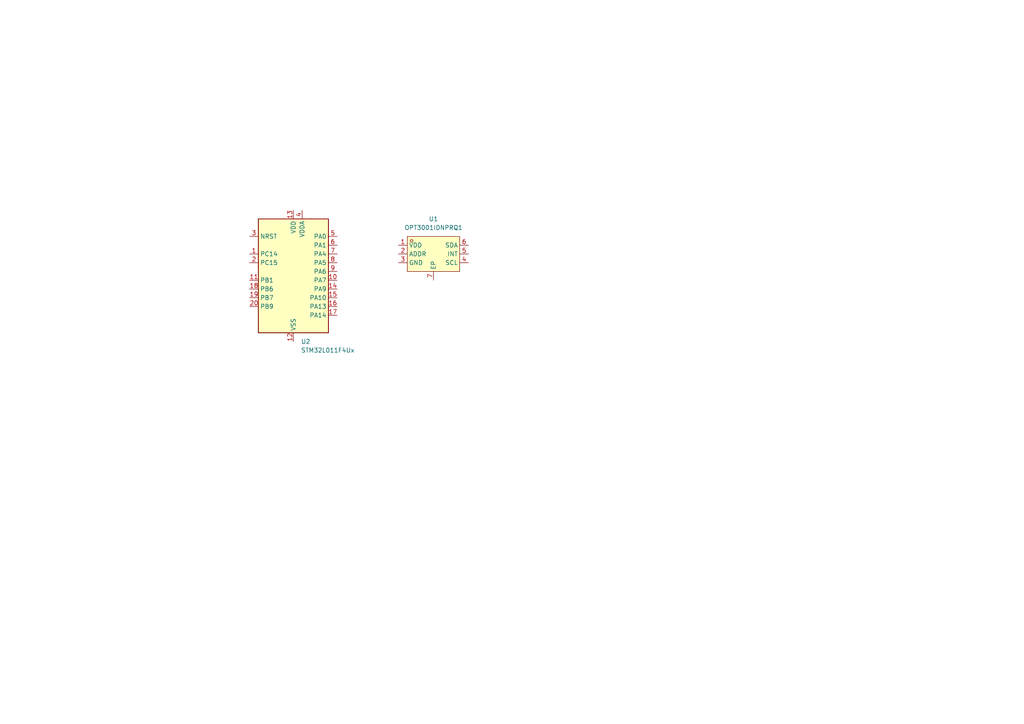
<source format=kicad_sch>
(kicad_sch
	(version 20231120)
	(generator "eeschema")
	(generator_version "8.0")
	(uuid "834d9a3c-ce84-4faa-851a-8536ec83c568")
	(paper "A4")
	(lib_symbols
		(symbol "MCU_ST_STM32L0:STM32L011F4Ux"
			(exclude_from_sim no)
			(in_bom yes)
			(on_board yes)
			(property "Reference" "U"
				(at -10.16 19.05 0)
				(effects
					(font
						(size 1.27 1.27)
					)
					(justify left)
				)
			)
			(property "Value" "STM32L011F4Ux"
				(at 5.08 19.05 0)
				(effects
					(font
						(size 1.27 1.27)
					)
					(justify left)
				)
			)
			(property "Footprint" "Package_DFN_QFN:ST_UFQFPN-20_3x3mm_P0.5mm"
				(at -10.16 -15.24 0)
				(effects
					(font
						(size 1.27 1.27)
					)
					(justify right)
					(hide yes)
				)
			)
			(property "Datasheet" "https://www.st.com/resource/en/datasheet/stm32l011f4.pdf"
				(at 0 0 0)
				(effects
					(font
						(size 1.27 1.27)
					)
					(hide yes)
				)
			)
			(property "Description" "STMicroelectronics Arm Cortex-M0+ MCU, 16KB flash, 2KB RAM, 32 MHz, 1.65-3.6V, 16 GPIO, UFQFPN20"
				(at 0 0 0)
				(effects
					(font
						(size 1.27 1.27)
					)
					(hide yes)
				)
			)
			(property "ki_keywords" "Arm Cortex-M0+ STM32L0 STM32L0x1"
				(at 0 0 0)
				(effects
					(font
						(size 1.27 1.27)
					)
					(hide yes)
				)
			)
			(property "ki_fp_filters" "ST*UFQFPN*3x3mm*P0.5mm*"
				(at 0 0 0)
				(effects
					(font
						(size 1.27 1.27)
					)
					(hide yes)
				)
			)
			(symbol "STM32L011F4Ux_0_1"
				(rectangle
					(start -10.16 -15.24)
					(end 10.16 17.78)
					(stroke
						(width 0.254)
						(type default)
					)
					(fill
						(type background)
					)
				)
			)
			(symbol "STM32L011F4Ux_1_1"
				(pin bidirectional line
					(at -12.7 7.62 0)
					(length 2.54)
					(name "PC14"
						(effects
							(font
								(size 1.27 1.27)
							)
						)
					)
					(number "1"
						(effects
							(font
								(size 1.27 1.27)
							)
						)
					)
					(alternate "RCC_OSC32_IN" bidirectional line)
				)
				(pin bidirectional line
					(at 12.7 0 180)
					(length 2.54)
					(name "PA7"
						(effects
							(font
								(size 1.27 1.27)
							)
						)
					)
					(number "10"
						(effects
							(font
								(size 1.27 1.27)
							)
						)
					)
					(alternate "ADC_IN7" bidirectional line)
					(alternate "COMP2_INP" bidirectional line)
					(alternate "COMP2_OUT" bidirectional line)
					(alternate "LPTIM1_OUT" bidirectional line)
					(alternate "SPI1_MOSI" bidirectional line)
					(alternate "TIM21_ETR" bidirectional line)
					(alternate "USART2_CTS" bidirectional line)
				)
				(pin bidirectional line
					(at -12.7 0 0)
					(length 2.54)
					(name "PB1"
						(effects
							(font
								(size 1.27 1.27)
							)
						)
					)
					(number "11"
						(effects
							(font
								(size 1.27 1.27)
							)
						)
					)
					(alternate "ADC_IN9" bidirectional line)
					(alternate "LPTIM1_IN1" bidirectional line)
					(alternate "LPUART1_DE" bidirectional line)
					(alternate "LPUART1_RTS" bidirectional line)
					(alternate "SPI1_MOSI" bidirectional line)
					(alternate "SYS_VREF_OUT_PB1" bidirectional line)
					(alternate "TIM2_CH4" bidirectional line)
					(alternate "USART2_CK" bidirectional line)
				)
				(pin power_in line
					(at 0 -17.78 90)
					(length 2.54)
					(name "VSS"
						(effects
							(font
								(size 1.27 1.27)
							)
						)
					)
					(number "12"
						(effects
							(font
								(size 1.27 1.27)
							)
						)
					)
				)
				(pin power_in line
					(at 0 20.32 270)
					(length 2.54)
					(name "VDD"
						(effects
							(font
								(size 1.27 1.27)
							)
						)
					)
					(number "13"
						(effects
							(font
								(size 1.27 1.27)
							)
						)
					)
				)
				(pin bidirectional line
					(at 12.7 -2.54 180)
					(length 2.54)
					(name "PA9"
						(effects
							(font
								(size 1.27 1.27)
							)
						)
					)
					(number "14"
						(effects
							(font
								(size 1.27 1.27)
							)
						)
					)
					(alternate "COMP1_OUT" bidirectional line)
					(alternate "I2C1_SCL" bidirectional line)
					(alternate "LPTIM1_OUT" bidirectional line)
					(alternate "RCC_MCO" bidirectional line)
					(alternate "TIM21_CH2" bidirectional line)
					(alternate "USART2_TX" bidirectional line)
				)
				(pin bidirectional line
					(at 12.7 -5.08 180)
					(length 2.54)
					(name "PA10"
						(effects
							(font
								(size 1.27 1.27)
							)
						)
					)
					(number "15"
						(effects
							(font
								(size 1.27 1.27)
							)
						)
					)
					(alternate "COMP1_OUT" bidirectional line)
					(alternate "I2C1_SDA" bidirectional line)
					(alternate "RTC_REFIN" bidirectional line)
					(alternate "TIM21_CH1" bidirectional line)
					(alternate "TIM2_CH3" bidirectional line)
					(alternate "USART2_RX" bidirectional line)
				)
				(pin bidirectional line
					(at 12.7 -7.62 180)
					(length 2.54)
					(name "PA13"
						(effects
							(font
								(size 1.27 1.27)
							)
						)
					)
					(number "16"
						(effects
							(font
								(size 1.27 1.27)
							)
						)
					)
					(alternate "COMP1_OUT" bidirectional line)
					(alternate "I2C1_SDA" bidirectional line)
					(alternate "LPTIM1_ETR" bidirectional line)
					(alternate "LPUART1_RX" bidirectional line)
					(alternate "SPI1_SCK" bidirectional line)
					(alternate "SYS_SWDIO" bidirectional line)
				)
				(pin bidirectional line
					(at 12.7 -10.16 180)
					(length 2.54)
					(name "PA14"
						(effects
							(font
								(size 1.27 1.27)
							)
						)
					)
					(number "17"
						(effects
							(font
								(size 1.27 1.27)
							)
						)
					)
					(alternate "COMP2_OUT" bidirectional line)
					(alternate "I2C1_SMBA" bidirectional line)
					(alternate "LPTIM1_OUT" bidirectional line)
					(alternate "LPUART1_TX" bidirectional line)
					(alternate "SPI1_MISO" bidirectional line)
					(alternate "SYS_SWCLK" bidirectional line)
					(alternate "USART2_TX" bidirectional line)
				)
				(pin bidirectional line
					(at -12.7 -2.54 0)
					(length 2.54)
					(name "PB6"
						(effects
							(font
								(size 1.27 1.27)
							)
						)
					)
					(number "18"
						(effects
							(font
								(size 1.27 1.27)
							)
						)
					)
					(alternate "COMP2_INP" bidirectional line)
					(alternate "I2C1_SCL" bidirectional line)
					(alternate "LPTIM1_ETR" bidirectional line)
					(alternate "LPUART1_TX" bidirectional line)
					(alternate "TIM2_CH3" bidirectional line)
					(alternate "USART2_TX" bidirectional line)
				)
				(pin bidirectional line
					(at -12.7 -5.08 0)
					(length 2.54)
					(name "PB7"
						(effects
							(font
								(size 1.27 1.27)
							)
						)
					)
					(number "19"
						(effects
							(font
								(size 1.27 1.27)
							)
						)
					)
					(alternate "COMP2_INP" bidirectional line)
					(alternate "I2C1_SDA" bidirectional line)
					(alternate "LPTIM1_IN2" bidirectional line)
					(alternate "LPUART1_RX" bidirectional line)
					(alternate "SYS_PVD_IN" bidirectional line)
					(alternate "TIM2_CH4" bidirectional line)
					(alternate "USART2_RX" bidirectional line)
				)
				(pin bidirectional line
					(at -12.7 5.08 0)
					(length 2.54)
					(name "PC15"
						(effects
							(font
								(size 1.27 1.27)
							)
						)
					)
					(number "2"
						(effects
							(font
								(size 1.27 1.27)
							)
						)
					)
					(alternate "RCC_OSC32_OUT" bidirectional line)
				)
				(pin bidirectional line
					(at -12.7 -7.62 0)
					(length 2.54)
					(name "PB9"
						(effects
							(font
								(size 1.27 1.27)
							)
						)
					)
					(number "20"
						(effects
							(font
								(size 1.27 1.27)
							)
						)
					)
				)
				(pin input line
					(at -12.7 12.7 0)
					(length 2.54)
					(name "NRST"
						(effects
							(font
								(size 1.27 1.27)
							)
						)
					)
					(number "3"
						(effects
							(font
								(size 1.27 1.27)
							)
						)
					)
				)
				(pin power_in line
					(at 2.54 20.32 270)
					(length 2.54)
					(name "VDDA"
						(effects
							(font
								(size 1.27 1.27)
							)
						)
					)
					(number "4"
						(effects
							(font
								(size 1.27 1.27)
							)
						)
					)
				)
				(pin bidirectional line
					(at 12.7 12.7 180)
					(length 2.54)
					(name "PA0"
						(effects
							(font
								(size 1.27 1.27)
							)
						)
					)
					(number "5"
						(effects
							(font
								(size 1.27 1.27)
							)
						)
					)
					(alternate "ADC_IN0" bidirectional line)
					(alternate "COMP1_INM" bidirectional line)
					(alternate "COMP1_OUT" bidirectional line)
					(alternate "LPTIM1_IN1" bidirectional line)
					(alternate "LPUART1_RX" bidirectional line)
					(alternate "RCC_CK_IN" bidirectional line)
					(alternate "RTC_TAMP2" bidirectional line)
					(alternate "SYS_WKUP1" bidirectional line)
					(alternate "TIM2_CH1" bidirectional line)
					(alternate "TIM2_ETR" bidirectional line)
					(alternate "USART2_CTS" bidirectional line)
					(alternate "USART2_RX" bidirectional line)
				)
				(pin bidirectional line
					(at 12.7 10.16 180)
					(length 2.54)
					(name "PA1"
						(effects
							(font
								(size 1.27 1.27)
							)
						)
					)
					(number "6"
						(effects
							(font
								(size 1.27 1.27)
							)
						)
					)
					(alternate "ADC_IN1" bidirectional line)
					(alternate "COMP1_INP" bidirectional line)
					(alternate "I2C1_SMBA" bidirectional line)
					(alternate "LPTIM1_IN2" bidirectional line)
					(alternate "LPUART1_TX" bidirectional line)
					(alternate "TIM21_ETR" bidirectional line)
					(alternate "TIM2_CH2" bidirectional line)
					(alternate "USART2_DE" bidirectional line)
					(alternate "USART2_RTS" bidirectional line)
				)
				(pin bidirectional line
					(at 12.7 7.62 180)
					(length 2.54)
					(name "PA4"
						(effects
							(font
								(size 1.27 1.27)
							)
						)
					)
					(number "7"
						(effects
							(font
								(size 1.27 1.27)
							)
						)
					)
					(alternate "ADC_IN4" bidirectional line)
					(alternate "COMP1_INM" bidirectional line)
					(alternate "COMP2_INM" bidirectional line)
					(alternate "COMP2_OUT" bidirectional line)
					(alternate "I2C1_SCL" bidirectional line)
					(alternate "LPTIM1_ETR" bidirectional line)
					(alternate "LPTIM1_IN1" bidirectional line)
					(alternate "LPUART1_TX" bidirectional line)
					(alternate "SPI1_NSS" bidirectional line)
					(alternate "TIM2_ETR" bidirectional line)
					(alternate "USART2_CK" bidirectional line)
				)
				(pin bidirectional line
					(at 12.7 5.08 180)
					(length 2.54)
					(name "PA5"
						(effects
							(font
								(size 1.27 1.27)
							)
						)
					)
					(number "8"
						(effects
							(font
								(size 1.27 1.27)
							)
						)
					)
					(alternate "ADC_IN5" bidirectional line)
					(alternate "COMP1_INM" bidirectional line)
					(alternate "COMP2_INM" bidirectional line)
					(alternate "LPTIM1_IN2" bidirectional line)
					(alternate "SPI1_SCK" bidirectional line)
					(alternate "TIM2_CH1" bidirectional line)
					(alternate "TIM2_ETR" bidirectional line)
				)
				(pin bidirectional line
					(at 12.7 2.54 180)
					(length 2.54)
					(name "PA6"
						(effects
							(font
								(size 1.27 1.27)
							)
						)
					)
					(number "9"
						(effects
							(font
								(size 1.27 1.27)
							)
						)
					)
					(alternate "ADC_IN6" bidirectional line)
					(alternate "COMP1_OUT" bidirectional line)
					(alternate "LPTIM1_ETR" bidirectional line)
					(alternate "LPUART1_CTS" bidirectional line)
					(alternate "SPI1_MISO" bidirectional line)
				)
			)
		)
		(symbol "cave-lib:OPT3001IDNPRQ1"
			(exclude_from_sim no)
			(in_bom yes)
			(on_board yes)
			(property "Reference" "U"
				(at 0 8.89 0)
				(effects
					(font
						(size 1.27 1.27)
					)
				)
			)
			(property "Value" "OPT3001IDNPRQ1"
				(at 0 -11.43 0)
				(effects
					(font
						(size 1.27 1.27)
					)
				)
			)
			(property "Footprint" "cave-lib:WSON-6_L2.0-W2.0-P0.65-BL-EP"
				(at 0 -13.97 0)
				(effects
					(font
						(size 1.27 1.27)
					)
					(hide yes)
				)
			)
			(property "Datasheet" ""
				(at 0 0 0)
				(effects
					(font
						(size 1.27 1.27)
					)
					(hide yes)
				)
			)
			(property "Description" ""
				(at 0 0 0)
				(effects
					(font
						(size 1.27 1.27)
					)
					(hide yes)
				)
			)
			(property "LCSC Part" "C2861428"
				(at 0 -16.51 0)
				(effects
					(font
						(size 1.27 1.27)
					)
					(hide yes)
				)
			)
			(symbol "OPT3001IDNPRQ1_0_1"
				(rectangle
					(start -7.62 6.35)
					(end 7.62 -3.81)
					(stroke
						(width 0)
						(type default)
					)
					(fill
						(type background)
					)
				)
				(circle
					(center -6.35 5.08)
					(radius 0.38)
					(stroke
						(width 0)
						(type default)
					)
					(fill
						(type none)
					)
				)
				(pin unspecified line
					(at -10.16 3.81 0)
					(length 2.54)
					(name "VDD"
						(effects
							(font
								(size 1.27 1.27)
							)
						)
					)
					(number "1"
						(effects
							(font
								(size 1.27 1.27)
							)
						)
					)
				)
				(pin unspecified line
					(at -10.16 1.27 0)
					(length 2.54)
					(name "ADDR"
						(effects
							(font
								(size 1.27 1.27)
							)
						)
					)
					(number "2"
						(effects
							(font
								(size 1.27 1.27)
							)
						)
					)
				)
				(pin unspecified line
					(at -10.16 -1.27 0)
					(length 2.54)
					(name "GND"
						(effects
							(font
								(size 1.27 1.27)
							)
						)
					)
					(number "3"
						(effects
							(font
								(size 1.27 1.27)
							)
						)
					)
				)
				(pin unspecified line
					(at 10.16 -1.27 180)
					(length 2.54)
					(name "SCL"
						(effects
							(font
								(size 1.27 1.27)
							)
						)
					)
					(number "4"
						(effects
							(font
								(size 1.27 1.27)
							)
						)
					)
				)
				(pin unspecified line
					(at 10.16 1.27 180)
					(length 2.54)
					(name "INT"
						(effects
							(font
								(size 1.27 1.27)
							)
						)
					)
					(number "5"
						(effects
							(font
								(size 1.27 1.27)
							)
						)
					)
				)
				(pin unspecified line
					(at 10.16 3.81 180)
					(length 2.54)
					(name "SDA"
						(effects
							(font
								(size 1.27 1.27)
							)
						)
					)
					(number "6"
						(effects
							(font
								(size 1.27 1.27)
							)
						)
					)
				)
				(pin unspecified line
					(at 0 -6.35 90)
					(length 2.54)
					(name "EP"
						(effects
							(font
								(size 1.27 1.27)
							)
						)
					)
					(number "7"
						(effects
							(font
								(size 1.27 1.27)
							)
						)
					)
				)
			)
		)
	)
	(symbol
		(lib_id "MCU_ST_STM32L0:STM32L011F4Ux")
		(at 85.09 81.28 0)
		(unit 1)
		(exclude_from_sim no)
		(in_bom yes)
		(on_board yes)
		(dnp no)
		(fields_autoplaced yes)
		(uuid "24dc38e8-4d3e-45f0-aed4-f3b9f95a6462")
		(property "Reference" "U2"
			(at 87.2841 99.06 0)
			(effects
				(font
					(size 1.27 1.27)
				)
				(justify left)
			)
		)
		(property "Value" "STM32L011F4Ux"
			(at 87.2841 101.6 0)
			(effects
				(font
					(size 1.27 1.27)
				)
				(justify left)
			)
		)
		(property "Footprint" "Package_DFN_QFN:ST_UFQFPN-20_3x3mm_P0.5mm"
			(at 74.93 96.52 0)
			(effects
				(font
					(size 1.27 1.27)
				)
				(justify right)
				(hide yes)
			)
		)
		(property "Datasheet" "https://www.st.com/resource/en/datasheet/stm32l011f4.pdf"
			(at 85.09 81.28 0)
			(effects
				(font
					(size 1.27 1.27)
				)
				(hide yes)
			)
		)
		(property "Description" "STMicroelectronics Arm Cortex-M0+ MCU, 16KB flash, 2KB RAM, 32 MHz, 1.65-3.6V, 16 GPIO, UFQFPN20"
			(at 85.09 81.28 0)
			(effects
				(font
					(size 1.27 1.27)
				)
				(hide yes)
			)
		)
		(pin "4"
			(uuid "d72ca73d-e73a-4bff-b186-132429ff6a33")
		)
		(pin "5"
			(uuid "56a823e3-75fd-4b4e-ac2c-9d5dfd7f7602")
		)
		(pin "11"
			(uuid "2e7930d4-6454-4654-9d12-254fb7a9ef02")
		)
		(pin "3"
			(uuid "1b9c13b5-bbf6-482e-89a7-e4f24c7b6fbb")
		)
		(pin "10"
			(uuid "13b9fdb5-f838-4891-806a-3cc6d50c1c21")
		)
		(pin "14"
			(uuid "1642abe2-2934-4b0e-a2dc-1160a077fd7b")
		)
		(pin "20"
			(uuid "6e54fb74-ba89-481d-879e-3181251086b4")
		)
		(pin "19"
			(uuid "c85c1d57-b94d-465f-b844-bfd54c902bb7")
		)
		(pin "6"
			(uuid "b903a767-cdbe-41dd-a9b2-c97d9b1ad4c9")
		)
		(pin "9"
			(uuid "3064424d-bcc2-4780-9594-9e584aa2eaf1")
		)
		(pin "8"
			(uuid "59c087a2-10ce-429c-98f0-98be5e14e3ce")
		)
		(pin "15"
			(uuid "8f5a41fe-b9e3-49f2-a3d8-81f12157ca59")
		)
		(pin "17"
			(uuid "20674be2-293a-4e77-b642-709ce719e2f5")
		)
		(pin "2"
			(uuid "fae1e9a4-9bdc-4612-b50e-5acf2b1b0bfa")
		)
		(pin "1"
			(uuid "bf700ac2-405f-4729-8d00-60fb50487bbc")
		)
		(pin "12"
			(uuid "99ab0c1d-6b81-4f0d-a1ab-5520781c670a")
		)
		(pin "13"
			(uuid "6277db0e-3156-4545-b8fc-8609cbc9fae6")
		)
		(pin "16"
			(uuid "dc015adf-78ac-41c3-a66c-a877c1028d54")
		)
		(pin "7"
			(uuid "788621fa-024c-48ba-8cc5-0c0a905ef477")
		)
		(pin "18"
			(uuid "cf94f1d6-f4aa-446b-8ba9-22855a317c80")
		)
		(instances
			(project ""
				(path "/834d9a3c-ce84-4faa-851a-8536ec83c568"
					(reference "U2")
					(unit 1)
				)
			)
		)
	)
	(symbol
		(lib_id "cave-lib:OPT3001IDNPRQ1")
		(at 125.73 74.93 0)
		(unit 1)
		(exclude_from_sim no)
		(in_bom yes)
		(on_board yes)
		(dnp no)
		(fields_autoplaced yes)
		(uuid "9f290c00-a2b1-4a59-8417-ac66de3a5f76")
		(property "Reference" "U1"
			(at 125.73 63.5 0)
			(effects
				(font
					(size 1.27 1.27)
				)
			)
		)
		(property "Value" "OPT3001IDNPRQ1"
			(at 125.73 66.04 0)
			(effects
				(font
					(size 1.27 1.27)
				)
			)
		)
		(property "Footprint" "cave-lib:WSON-6_L2.0-W2.0-P0.65-BL-EP"
			(at 125.73 88.9 0)
			(effects
				(font
					(size 1.27 1.27)
				)
				(hide yes)
			)
		)
		(property "Datasheet" ""
			(at 125.73 74.93 0)
			(effects
				(font
					(size 1.27 1.27)
				)
				(hide yes)
			)
		)
		(property "Description" ""
			(at 125.73 74.93 0)
			(effects
				(font
					(size 1.27 1.27)
				)
				(hide yes)
			)
		)
		(property "LCSC Part" "C2861428"
			(at 125.73 91.44 0)
			(effects
				(font
					(size 1.27 1.27)
				)
				(hide yes)
			)
		)
		(pin "2"
			(uuid "aade6d5e-77bb-42fb-be87-a6786ff7965d")
		)
		(pin "5"
			(uuid "cbc5eaff-cea7-4927-b153-3abd9ed1ace7")
		)
		(pin "3"
			(uuid "10886257-7b20-463c-bb2f-457702867612")
		)
		(pin "4"
			(uuid "85323fdd-5fb7-4230-8f42-49e717eab7c3")
		)
		(pin "1"
			(uuid "2e7d6239-287a-4f5e-8505-753d7db6d0eb")
		)
		(pin "6"
			(uuid "9b3fb463-cbfa-47f1-8f0e-2cad40c0bc12")
		)
		(pin "7"
			(uuid "9f6e572f-8d88-400f-9c23-14c4949607b2")
		)
		(instances
			(project ""
				(path "/834d9a3c-ce84-4faa-851a-8536ec83c568"
					(reference "U1")
					(unit 1)
				)
			)
		)
	)
	(sheet_instances
		(path "/"
			(page "1")
		)
	)
)

</source>
